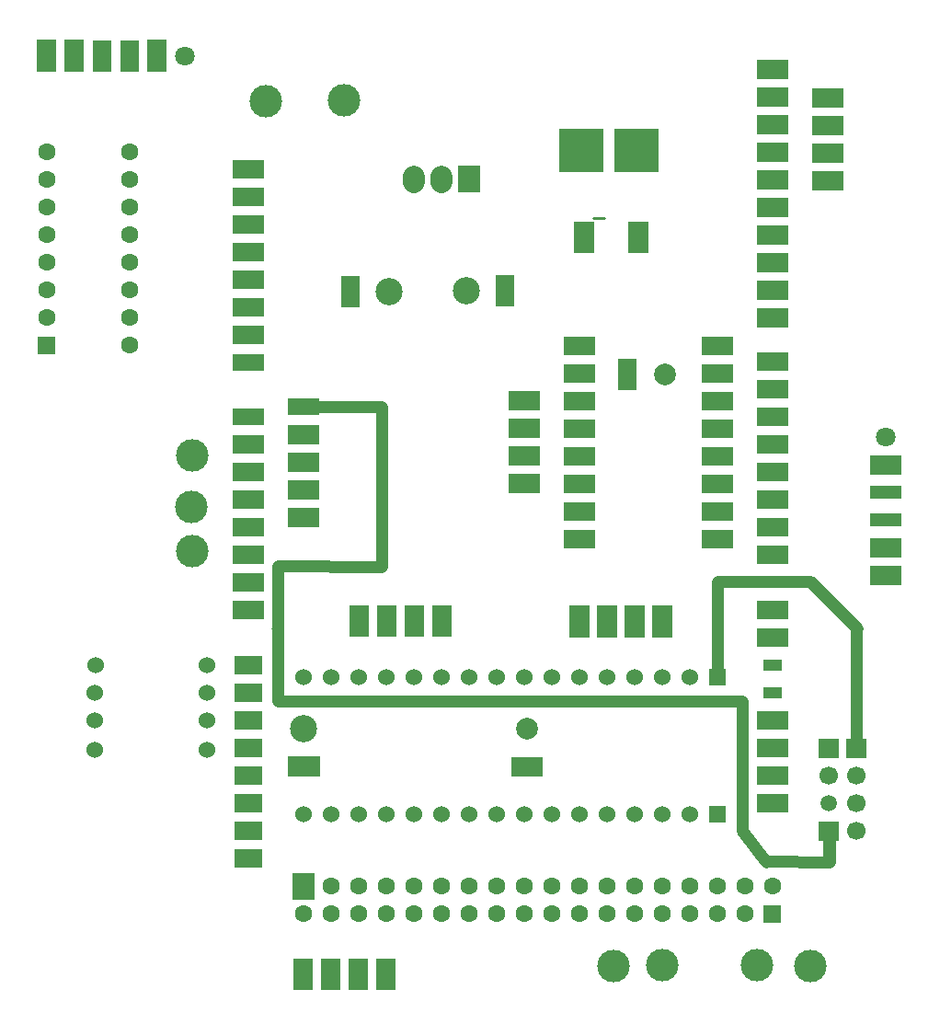
<source format=gtl>
G04 Layer: TopLayer*
G04 EasyEDA v6.4.19.5, 2021-04-28T11:36:21--3:00*
G04 a7b3d4a08c6744a69a75d88212847143,e32968b322094deeae1279e20ae9dd51,10*
G04 Gerber Generator version 0.2*
G04 Scale: 100 percent, Rotated: No, Reflected: No *
G04 Dimensions in millimeters *
G04 leading zeros omitted , absolute positions ,4 integer and 5 decimal *
%FSLAX45Y45*%
%MOMM*%

%ADD10C,0.2540*%
%ADD11C,1.1000*%
%ADD12C,1.2000*%
%ADD13C,0.1000*%
%ADD14C,3.0000*%
%ADD15C,1.5240*%
%ADD16C,2.5000*%
%ADD17R,1.8000X2.9000*%
%ADD19C,1.7000*%
%ADD22C,1.5000*%
%ADD23R,2.9000X1.8000*%
%ADD24C,2.0000*%
%ADD26R,2.9000X1.5000*%
%ADD27R,1.8000X1.1000*%
%ADD28R,2.5000X1.8000*%
%ADD29C,1.8000*%
%ADD33C,1.6000*%

%LPD*%
D11*
X54936293Y1920394D02*
G01*
X54936293Y2800596D01*
X55789586Y2800596D01*
X56224177Y2365999D01*
X56216674Y2358496D01*
X56216687Y1267002D01*
D12*
X55969385Y498200D02*
G01*
X55969184Y221000D01*
D10*
X50842082Y2363978D02*
G01*
X50841412Y2363978D01*
X50841412Y2363978D02*
G01*
X50842082Y2363978D01*
X53794472Y6137910D02*
G01*
X53892810Y6137910D01*
D11*
X55973576Y215501D02*
G01*
X55385680Y219090D01*
X55385680Y218701D01*
X55164695Y504332D01*
X55164695Y1696351D01*
X50888602Y1696351D01*
X50888602Y2937901D01*
X51847960Y2932823D01*
X51847203Y4402978D01*
X51127360Y4402978D01*
D10*
G75*
G01
X56523407Y2853284D02*
G03X56523407Y2853284I-35001J0D01*
G75*
G01
X56523407Y3107284D02*
G03X56523407Y3107284I-35001J0D01*
G75*
G01
X56523407Y3361284D02*
G03X56523407Y3361284I-35001J0D01*
G75*
G01
X56523407Y3615284D02*
G03X56523407Y3615284I-35001J0D01*
D13*
G75*
G01
X56533415Y3869284D02*
G03X56533415Y3869284I-45009J0D01*
D10*
G75*
G01
X56523407Y2853284D02*
G03X56523407Y2853284I-35001J0D01*
D14*
G01*
X53983000Y-743280D03*
G01*
X54433012Y-733374D03*
G01*
X55305198Y-732993D03*
G01*
X55792090Y-745794D03*
G01*
X50779705Y7215606D03*
G01*
X51501598Y7228890D03*
G01*
X50100204Y3953814D03*
G01*
X50097410Y3484905D03*
G01*
X50100204Y3074212D03*
D15*
G01*
X50242038Y2024684D03*
G01*
X49212017Y2024684D03*
G01*
X50237821Y1775485D03*
G01*
X49207800Y1775485D03*
G01*
X50239625Y1517395D03*
G01*
X49209604Y1517395D03*
G01*
X50235231Y1250899D03*
G01*
X49205210Y1250899D03*
D16*
G01*
X52628495Y5474284D03*
D17*
G01*
X52978481Y5474284D03*
G36*
X54119884Y6107793D02*
G01*
X54299883Y6107793D01*
X54299883Y5817791D01*
X54119884Y5817791D01*
G37*
G36*
X53619885Y6107793D02*
G01*
X53799884Y6107793D01*
X53799884Y5817791D01*
X53619885Y5817791D01*
G37*
G36*
X52752261Y6374622D02*
G01*
X52552109Y6374622D01*
X52552109Y6624558D01*
X52752261Y6624558D01*
G37*
D19*
G01*
X56216702Y498220D03*
G36*
X56052679Y1175202D02*
G01*
X56052679Y1345201D01*
X55872679Y1345201D01*
X55872679Y1175202D01*
G37*
G36*
X56306684Y1170211D02*
G01*
X56306684Y1350210D01*
X56126684Y1350210D01*
X56126684Y1170211D01*
G37*
G01*
X55962702Y1006220D03*
G01*
X56216702Y1006220D03*
D22*
G01*
X55962702Y752220D03*
D19*
G01*
X56216702Y752220D03*
G36*
X56052684Y408211D02*
G01*
X56052684Y588210D01*
X55872684Y588210D01*
X55872684Y408211D01*
G37*
D16*
G01*
X51131317Y1444320D03*
G36*
X50986288Y1184295D02*
G01*
X51276290Y1184295D01*
X51276290Y1004293D01*
X50986288Y1004293D01*
G37*
D24*
G01*
X53182596Y1437919D03*
G36*
X53037585Y1177894D02*
G01*
X53327587Y1177894D01*
X53327587Y997892D01*
X53037585Y997892D01*
G37*
D16*
G01*
X51913129Y5460517D03*
D17*
G01*
X51563092Y5460492D03*
D24*
G01*
X54457904Y4702302D03*
D17*
G01*
X54107867Y4702302D03*
G36*
X53992485Y6961090D02*
G01*
X54392484Y6961090D01*
X54392484Y6561091D01*
X53992485Y6561091D01*
G37*
G36*
X53484485Y6961090D02*
G01*
X53884484Y6961090D01*
X53884484Y6561091D01*
X53484485Y6561091D01*
G37*
D26*
G01*
X51127406Y4403089D03*
G36*
X51272389Y3297097D02*
G01*
X51272389Y3477097D01*
X50982387Y3477097D01*
X50982387Y3297097D01*
G37*
G36*
X51272389Y3551097D02*
G01*
X51272389Y3731097D01*
X50982387Y3731097D01*
X50982387Y3551097D01*
G37*
G36*
X51272389Y3805097D02*
G01*
X51272389Y3985097D01*
X50982387Y3985097D01*
X50982387Y3805097D01*
G37*
G36*
X51272389Y4059097D02*
G01*
X51272389Y4239097D01*
X50982387Y4239097D01*
X50982387Y4059097D01*
G37*
D23*
G01*
X55445482Y752805D03*
G01*
X55445482Y2530805D03*
G01*
X55445482Y2276805D03*
D27*
G01*
X55445482Y2022805D03*
G01*
X55445482Y1768805D03*
D23*
G01*
X55445482Y1514805D03*
G01*
X55445482Y1260805D03*
G01*
X55445482Y1006805D03*
G01*
X53667482Y3187598D03*
G01*
X53667482Y4965598D03*
G01*
X53667482Y4711598D03*
G01*
X53667482Y4457598D03*
G01*
X53667482Y4203598D03*
G01*
X53667482Y3949598D03*
G01*
X53667482Y3695598D03*
G01*
X53667482Y3441598D03*
G01*
X55445380Y4816906D03*
G01*
X55445380Y3038906D03*
G01*
X55445380Y3292906D03*
G01*
X55445380Y3546906D03*
G01*
X55445380Y3800906D03*
G01*
X55445380Y4054906D03*
G01*
X55445380Y4308906D03*
G01*
X55445380Y4562906D03*
G01*
X54935272Y4968290D03*
G01*
X54935272Y3190290D03*
G01*
X54935272Y3444290D03*
G01*
X54935272Y3698290D03*
G01*
X54935272Y3952290D03*
G01*
X54935272Y4206290D03*
G01*
X54935272Y4460290D03*
G01*
X54935272Y4714290D03*
D28*
G01*
X50619583Y2022906D03*
G01*
X50619583Y244906D03*
G01*
X50619583Y498906D03*
G01*
X50619583Y752906D03*
G01*
X50619583Y1006906D03*
G01*
X50619583Y1260906D03*
G01*
X50619583Y1514906D03*
G01*
X50619583Y1768906D03*
D26*
G01*
X50619583Y4309186D03*
D23*
G01*
X50619583Y2531186D03*
G01*
X50619583Y2785186D03*
G01*
X50619583Y3039186D03*
G01*
X50619583Y3293186D03*
G01*
X50619583Y3547186D03*
G01*
X50619583Y3801186D03*
G01*
X50619583Y4055186D03*
G36*
X53302283Y4369894D02*
G01*
X53302283Y4549896D01*
X53012286Y4549896D01*
X53012286Y4369894D01*
G37*
G36*
X53302283Y3607894D02*
G01*
X53302283Y3787896D01*
X53012286Y3787896D01*
X53012286Y3607894D01*
G37*
G36*
X53302283Y3861894D02*
G01*
X53302283Y4041896D01*
X53012286Y4041896D01*
X53012286Y3861894D01*
G37*
G36*
X53302283Y4115894D02*
G01*
X53302283Y4295896D01*
X53012286Y4295896D01*
X53012286Y4115894D01*
G37*
G36*
X56633280Y2763296D02*
G01*
X56633280Y2943296D01*
X56343278Y2943296D01*
X56343278Y2763296D01*
G37*
D29*
G01*
X56488304Y4123283D03*
G36*
X56633280Y3779296D02*
G01*
X56633280Y3959296D01*
X56343278Y3959296D01*
X56343278Y3779296D01*
G37*
G36*
X56633280Y3555296D02*
G01*
X56633280Y3675296D01*
X56343278Y3675296D01*
X56343278Y3555296D01*
G37*
G36*
X56633280Y3301296D02*
G01*
X56633280Y3421296D01*
X56343278Y3421296D01*
X56343278Y3301296D01*
G37*
G36*
X56633280Y3017296D02*
G01*
X56633280Y3197296D01*
X56343278Y3197296D01*
X56343278Y3017296D01*
G37*
G36*
X55591882Y5133388D02*
G01*
X55591882Y5313385D01*
X55301880Y5313385D01*
X55301880Y5133388D01*
G37*
G36*
X55591882Y7419388D02*
G01*
X55591882Y7599385D01*
X55301880Y7599385D01*
X55301880Y7419388D01*
G37*
G36*
X55591882Y7165388D02*
G01*
X55591882Y7345385D01*
X55301880Y7345385D01*
X55301880Y7165388D01*
G37*
G36*
X55591882Y6911388D02*
G01*
X55591882Y7091385D01*
X55301880Y7091385D01*
X55301880Y6911388D01*
G37*
G36*
X55591882Y6657388D02*
G01*
X55591882Y6837385D01*
X55301880Y6837385D01*
X55301880Y6657388D01*
G37*
G36*
X55591882Y6403388D02*
G01*
X55591882Y6583385D01*
X55301880Y6583385D01*
X55301880Y6403388D01*
G37*
G36*
X55591882Y6149388D02*
G01*
X55591882Y6329385D01*
X55301880Y6329385D01*
X55301880Y6149388D01*
G37*
G36*
X55591882Y5895388D02*
G01*
X55591882Y6075385D01*
X55301880Y6075385D01*
X55301880Y5895388D01*
G37*
G36*
X55591882Y5641388D02*
G01*
X55591882Y5821385D01*
X55301880Y5821385D01*
X55301880Y5641388D01*
G37*
G36*
X55591882Y5387388D02*
G01*
X55591882Y5567385D01*
X55301880Y5567385D01*
X55301880Y5387388D01*
G37*
G36*
X54339683Y2282898D02*
G01*
X54519682Y2282898D01*
X54519682Y2572900D01*
X54339683Y2572900D01*
G37*
G36*
X53577683Y2282898D02*
G01*
X53757682Y2282898D01*
X53757682Y2572900D01*
X53577683Y2572900D01*
G37*
G36*
X53831683Y2282898D02*
G01*
X54011682Y2282898D01*
X54011682Y2572900D01*
X53831683Y2572900D01*
G37*
G36*
X54085683Y2282898D02*
G01*
X54265682Y2282898D01*
X54265682Y2572900D01*
X54085683Y2572900D01*
G37*
D15*
G01*
X51126313Y1920417D03*
G36*
X55012485Y1996600D02*
G01*
X54860085Y1996600D01*
X54860085Y1844200D01*
X55012485Y1844200D01*
G37*
G01*
X54682313Y1920417D03*
G01*
X54428313Y1920417D03*
G01*
X54174313Y1920417D03*
G01*
X53920313Y1920417D03*
G01*
X53666313Y1920417D03*
G01*
X53412313Y1920417D03*
G01*
X53158313Y1920417D03*
G01*
X52904313Y1920417D03*
G01*
X52650313Y1920417D03*
G01*
X52396313Y1920417D03*
G01*
X52142313Y1920417D03*
G01*
X51888313Y1920417D03*
G01*
X51634313Y1920417D03*
G01*
X51380313Y1920417D03*
G01*
X51128802Y651611D03*
G36*
X55014985Y727803D02*
G01*
X54862585Y727803D01*
X54862585Y575403D01*
X55014985Y575403D01*
G37*
G01*
X54684802Y651611D03*
G01*
X54430802Y651611D03*
G01*
X54176802Y651611D03*
G01*
X53922802Y651611D03*
G01*
X53668802Y651611D03*
G01*
X53414802Y651611D03*
G01*
X53160802Y651611D03*
G01*
X52906802Y651611D03*
G01*
X52652802Y651611D03*
G01*
X52398802Y651611D03*
G01*
X52144802Y651611D03*
G01*
X51890802Y651611D03*
G01*
X51636802Y651611D03*
G01*
X51382802Y651611D03*
G36*
X51027398Y115915D02*
G01*
X51227398Y115915D01*
X51227398Y-134086D01*
X51027398Y-134086D01*
G37*
G36*
X55525385Y-183095D02*
G01*
X55365385Y-183095D01*
X55365385Y-343095D01*
X55525385Y-343095D01*
G37*
D33*
G01*
X55445406Y-9067D03*
G01*
X55191406Y-263067D03*
G01*
X55191406Y-9067D03*
G01*
X54937406Y-263067D03*
G01*
X54937406Y-9067D03*
G01*
X54683406Y-263067D03*
G01*
X54683406Y-9067D03*
G01*
X54429406Y-263067D03*
G01*
X54429406Y-9067D03*
G01*
X54175406Y-263067D03*
G01*
X54175406Y-9067D03*
G01*
X53921406Y-263067D03*
G01*
X53921406Y-9067D03*
G01*
X53667406Y-263067D03*
G01*
X53667406Y-9067D03*
G01*
X53413406Y-263067D03*
G01*
X53413406Y-9067D03*
G01*
X53159406Y-263067D03*
G01*
X53159406Y-9067D03*
G01*
X52905406Y-263067D03*
G01*
X52905406Y-9067D03*
G01*
X52651406Y-263067D03*
G01*
X52651406Y-9067D03*
G01*
X52397406Y-263067D03*
G01*
X52397406Y-9067D03*
G01*
X52143406Y-263067D03*
G01*
X52143406Y-9067D03*
G01*
X51889406Y-263067D03*
G01*
X51889406Y-9067D03*
G01*
X51635406Y-263067D03*
G01*
X51635406Y-9067D03*
G01*
X51381406Y-263067D03*
G01*
X51381406Y-9067D03*
G01*
X51127406Y-263067D03*
G36*
X56099781Y7158189D02*
G01*
X56099781Y7338189D01*
X55809779Y7338189D01*
X55809779Y7158189D01*
G37*
G36*
X56099781Y6396189D02*
G01*
X56099781Y6576189D01*
X55809779Y6576189D01*
X55809779Y6396189D01*
G37*
G36*
X56099781Y6650189D02*
G01*
X56099781Y6830189D01*
X55809779Y6830189D01*
X55809779Y6650189D01*
G37*
G36*
X56099781Y6904189D02*
G01*
X56099781Y7084189D01*
X55809779Y7084189D01*
X55809779Y6904189D01*
G37*
D23*
G01*
X50619583Y6591985D03*
D26*
G01*
X50619583Y4813985D03*
D23*
G01*
X50619583Y5067985D03*
G01*
X50619583Y5321985D03*
G01*
X50619583Y5575985D03*
G01*
X50619583Y5829985D03*
G01*
X50619583Y6083985D03*
G01*
X50619583Y6337985D03*
G36*
X51795288Y-961186D02*
G01*
X51975288Y-961186D01*
X51975288Y-671187D01*
X51795288Y-671187D01*
G37*
G36*
X51033288Y-961186D02*
G01*
X51213288Y-961186D01*
X51213288Y-671187D01*
X51033288Y-671187D01*
G37*
G36*
X51287288Y-961186D02*
G01*
X51467288Y-961186D01*
X51467288Y-671187D01*
X51287288Y-671187D01*
G37*
G36*
X51541288Y-961186D02*
G01*
X51721288Y-961186D01*
X51721288Y-671187D01*
X51541288Y-671187D01*
G37*
G36*
X48684901Y4890889D02*
G01*
X48844898Y4890889D01*
X48844898Y5050889D01*
X48684901Y5050889D01*
G37*
D33*
G01*
X49526901Y4970906D03*
G01*
X49526901Y5224906D03*
G01*
X49526901Y5478906D03*
G01*
X49526901Y5732906D03*
G01*
X49526901Y5986906D03*
G01*
X49526901Y6240906D03*
G01*
X49526901Y6494906D03*
G01*
X49526901Y6748906D03*
G01*
X48764901Y6748906D03*
G01*
X48764901Y6494906D03*
G01*
X48764901Y6240906D03*
G01*
X48764901Y5986906D03*
G01*
X48764901Y5732906D03*
G01*
X48764901Y5478906D03*
G01*
X48764901Y5224906D03*
G36*
X48672800Y7490086D02*
G01*
X48852800Y7490086D01*
X48852800Y7780086D01*
X48672800Y7780086D01*
G37*
D29*
G01*
X50032793Y7635087D03*
G36*
X49688800Y7490086D02*
G01*
X49868800Y7490086D01*
X49868800Y7780086D01*
X49688800Y7780086D01*
G37*
D17*
G01*
X49524793Y7635087D03*
G01*
X49270793Y7635087D03*
G36*
X48926800Y7490086D02*
G01*
X49106800Y7490086D01*
X49106800Y7780086D01*
X48926800Y7780086D01*
G37*
G36*
X52309999Y2287595D02*
G01*
X52489999Y2287595D01*
X52489999Y2577597D01*
X52309999Y2577597D01*
G37*
G36*
X51547999Y2287595D02*
G01*
X51727999Y2287595D01*
X51727999Y2577597D01*
X51547999Y2577597D01*
G37*
G36*
X51801999Y2287595D02*
G01*
X51981999Y2287595D01*
X51981999Y2577597D01*
X51801999Y2577597D01*
G37*
G36*
X52055999Y2287595D02*
G01*
X52235999Y2287595D01*
X52235999Y2577597D01*
X52055999Y2577597D01*
G37*
D24*
X52398193Y6474604D02*
G01*
X52398193Y6524604D01*
X52144193Y6474604D02*
G01*
X52144193Y6524604D01*
M02*

</source>
